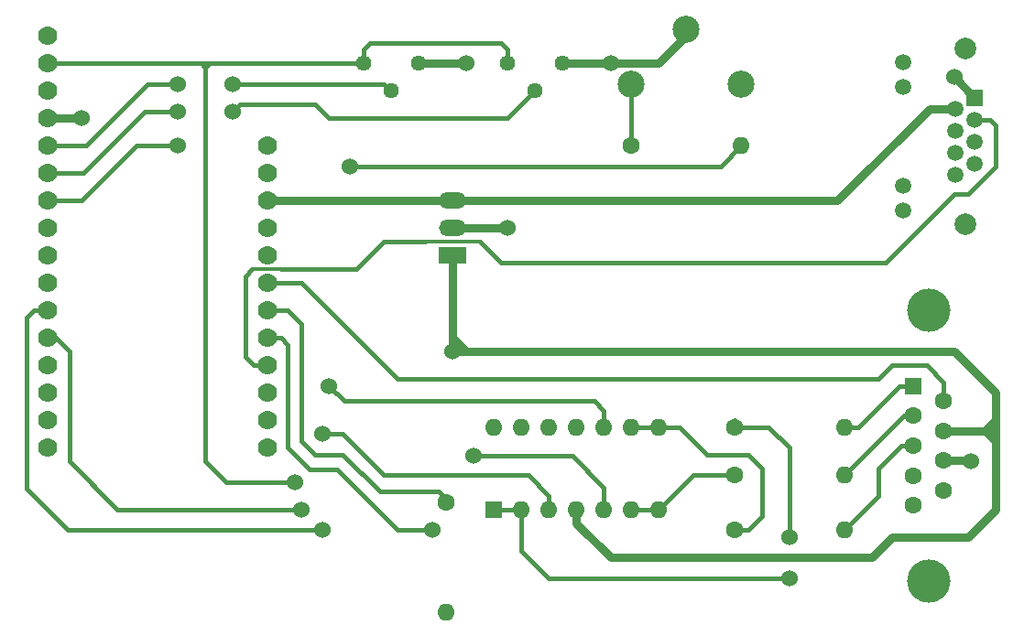
<source format=gbl>
G04 #@! TF.GenerationSoftware,KiCad,Pcbnew,(5.0.0)*
G04 #@! TF.CreationDate,2021-05-18T20:46:35-04:00*
G04 #@! TF.ProjectId,CustomSID_PCB,437573746F6D5349445F5043422E6B69,rev?*
G04 #@! TF.SameCoordinates,Original*
G04 #@! TF.FileFunction,Copper,L2,Bot,Signal*
G04 #@! TF.FilePolarity,Positive*
%FSLAX46Y46*%
G04 Gerber Fmt 4.6, Leading zero omitted, Abs format (unit mm)*
G04 Created by KiCad (PCBNEW (5.0.0)) date 05/18/21 20:46:35*
%MOMM*%
%LPD*%
G01*
G04 APERTURE LIST*
G04 #@! TA.AperFunction,ComponentPad*
%ADD10R,1.500000X1.500000*%
G04 #@! TD*
G04 #@! TA.AperFunction,ComponentPad*
%ADD11C,1.500000*%
G04 #@! TD*
G04 #@! TA.AperFunction,ComponentPad*
%ADD12C,2.000000*%
G04 #@! TD*
G04 #@! TA.AperFunction,ComponentPad*
%ADD13C,1.440000*%
G04 #@! TD*
G04 #@! TA.AperFunction,ComponentPad*
%ADD14C,2.500000*%
G04 #@! TD*
G04 #@! TA.AperFunction,ComponentPad*
%ADD15C,1.600000*%
G04 #@! TD*
G04 #@! TA.AperFunction,ComponentPad*
%ADD16O,1.600000X1.600000*%
G04 #@! TD*
G04 #@! TA.AperFunction,ComponentPad*
%ADD17R,1.600000X1.600000*%
G04 #@! TD*
G04 #@! TA.AperFunction,ComponentPad*
%ADD18C,1.778000*%
G04 #@! TD*
G04 #@! TA.AperFunction,ComponentPad*
%ADD19R,2.500000X1.500000*%
G04 #@! TD*
G04 #@! TA.AperFunction,ComponentPad*
%ADD20O,2.500000X1.500000*%
G04 #@! TD*
G04 #@! TA.AperFunction,ComponentPad*
%ADD21C,4.000000*%
G04 #@! TD*
G04 #@! TA.AperFunction,ViaPad*
%ADD22C,1.524000*%
G04 #@! TD*
G04 #@! TA.AperFunction,Conductor*
%ADD23C,0.457200*%
G04 #@! TD*
G04 #@! TA.AperFunction,Conductor*
%ADD24C,0.762000*%
G04 #@! TD*
G04 #@! TA.AperFunction,Conductor*
%ADD25C,0.304800*%
G04 #@! TD*
G04 APERTURE END LIST*
D10*
G04 #@! TO.P,J1,1*
G04 #@! TO.N,GND*
X191135000Y-75565000D03*
D11*
G04 #@! TO.P,J1,3*
G04 #@! TO.N,/TX*
X191135000Y-77605000D03*
G04 #@! TO.P,J1,5*
G04 #@! TO.N,Net-(J1-Pad5)*
X191135000Y-79645000D03*
G04 #@! TO.P,J1,7*
G04 #@! TO.N,Net-(J1-Pad7)*
X191135000Y-81685000D03*
G04 #@! TO.P,J1,2*
G04 #@! TO.N,+5V*
X189355000Y-76585000D03*
G04 #@! TO.P,J1,4*
G04 #@! TO.N,Net-(J1-Pad4)*
X189355000Y-78625000D03*
G04 #@! TO.P,J1,6*
G04 #@! TO.N,Net-(J1-Pad6)*
X189355000Y-80665000D03*
G04 #@! TO.P,J1,8*
G04 #@! TO.N,Net-(J1-Pad8)*
X189355000Y-82705000D03*
D12*
G04 #@! TO.P,J1,SH*
G04 #@! TO.N,GND*
X190245000Y-87255000D03*
X190245000Y-70995000D03*
D11*
G04 #@! TO.P,J1,9*
G04 #@! TO.N,Net-(J1-Pad9)*
X184535000Y-72265000D03*
G04 #@! TO.P,J1,10*
G04 #@! TO.N,Net-(J1-Pad10)*
X184535000Y-74555000D03*
G04 #@! TO.P,J1,11*
G04 #@! TO.N,Net-(J1-Pad11)*
X184535000Y-83695000D03*
G04 #@! TO.P,J1,12*
G04 #@! TO.N,Net-(J1-Pad12)*
X184535000Y-85985000D03*
G04 #@! TD*
D13*
G04 #@! TO.P,RV2,1*
G04 #@! TO.N,+3V3*
X147955000Y-72390000D03*
G04 #@! TO.P,RV2,2*
G04 #@! TO.N,Net-(RV2-Pad2)*
X150495000Y-74930000D03*
G04 #@! TO.P,RV2,3*
G04 #@! TO.N,GND*
X153035000Y-72390000D03*
G04 #@! TD*
D14*
G04 #@! TO.P,J3,T*
G04 #@! TO.N,Net-(J3-PadT)*
X159385000Y-74295000D03*
G04 #@! TO.P,J3,TN*
G04 #@! TO.N,Net-(J3-PadTN)*
X169545000Y-74295000D03*
G04 #@! TO.P,J3,S*
G04 #@! TO.N,GND*
X164465000Y-69215000D03*
G04 #@! TD*
D15*
G04 #@! TO.P,R5,1*
G04 #@! TO.N,Net-(J3-PadT)*
X159385000Y-80010000D03*
D16*
G04 #@! TO.P,R5,2*
G04 #@! TO.N,Net-(R5-Pad2)*
X169545000Y-80010000D03*
G04 #@! TD*
D15*
G04 #@! TO.P,R4,1*
G04 #@! TO.N,/RES*
X142240000Y-113030000D03*
D16*
G04 #@! TO.P,R4,2*
G04 #@! TO.N,GND*
X142240000Y-123190000D03*
G04 #@! TD*
D13*
G04 #@! TO.P,RV1,3*
G04 #@! TO.N,GND*
X139700000Y-72390000D03*
G04 #@! TO.P,RV1,2*
G04 #@! TO.N,Net-(RV1-Pad2)*
X137160000Y-74930000D03*
G04 #@! TO.P,RV1,1*
G04 #@! TO.N,+3V3*
X134620000Y-72390000D03*
G04 #@! TD*
D17*
G04 #@! TO.P,U4,1*
G04 #@! TO.N,/SPEED_BUF*
X146685000Y-113665000D03*
D16*
G04 #@! TO.P,U4,8*
G04 #@! TO.N,/REF_BUF*
X161925000Y-106045000D03*
G04 #@! TO.P,U4,2*
G04 #@! TO.N,/SPEED_BUF*
X149225000Y-113665000D03*
G04 #@! TO.P,U4,9*
G04 #@! TO.N,/REF_BUF*
X159385000Y-106045000D03*
G04 #@! TO.P,U4,3*
G04 #@! TO.N,/SPEED*
X151765000Y-113665000D03*
G04 #@! TO.P,U4,10*
G04 #@! TO.N,/REF*
X156845000Y-106045000D03*
G04 #@! TO.P,U4,4*
G04 #@! TO.N,+12V*
X154305000Y-113665000D03*
G04 #@! TO.P,U4,11*
G04 #@! TO.N,GND*
X154305000Y-106045000D03*
G04 #@! TO.P,U4,5*
G04 #@! TO.N,/DIR*
X156845000Y-113665000D03*
G04 #@! TO.P,U4,12*
G04 #@! TO.N,N/C*
X151765000Y-106045000D03*
G04 #@! TO.P,U4,6*
G04 #@! TO.N,/DIR_BUF*
X159385000Y-113665000D03*
G04 #@! TO.P,U4,13*
G04 #@! TO.N,N/C*
X149225000Y-106045000D03*
G04 #@! TO.P,U4,7*
G04 #@! TO.N,/DIR_BUF*
X161925000Y-113665000D03*
G04 #@! TO.P,U4,14*
G04 #@! TO.N,N/C*
X146685000Y-106045000D03*
G04 #@! TD*
D18*
G04 #@! TO.P,U1,1*
G04 #@! TO.N,Net-(U1-Pad1)*
X105410000Y-69850000D03*
G04 #@! TO.P,U1,3*
G04 #@! TO.N,Net-(U1-Pad3)*
X105410000Y-74930000D03*
G04 #@! TO.P,U1,4*
G04 #@! TO.N,GND*
X105410000Y-77470000D03*
G04 #@! TO.P,U1,5*
G04 #@! TO.N,Net-(RV1-Pad2)*
X105410000Y-80010000D03*
G04 #@! TO.P,U1,6*
G04 #@! TO.N,Net-(RV2-Pad2)*
X105410000Y-82550000D03*
G04 #@! TO.P,U1,7*
G04 #@! TO.N,Net-(R5-Pad2)*
X105410000Y-85090000D03*
G04 #@! TO.P,U1,8*
G04 #@! TO.N,Net-(U1-Pad8)*
X105410000Y-87630000D03*
G04 #@! TO.P,U1,9*
G04 #@! TO.N,Net-(U1-Pad9)*
X105410000Y-90170000D03*
G04 #@! TO.P,U1,10*
G04 #@! TO.N,Net-(U1-Pad10)*
X105410000Y-92710000D03*
G04 #@! TO.P,U1,11*
G04 #@! TO.N,/SCK*
X105410000Y-95250000D03*
G04 #@! TO.P,U1,12*
G04 #@! TO.N,/MOSI*
X105410000Y-97790000D03*
G04 #@! TO.P,U1,13*
G04 #@! TO.N,Net-(U1-Pad13)*
X105410000Y-100330000D03*
G04 #@! TO.P,U1,14*
G04 #@! TO.N,Net-(U1-Pad14)*
X105410000Y-102870000D03*
G04 #@! TO.P,U1,15*
G04 #@! TO.N,Net-(U1-Pad15)*
X105410000Y-105410000D03*
G04 #@! TO.P,U1,16*
G04 #@! TO.N,Net-(U1-Pad16)*
X105410000Y-107950000D03*
G04 #@! TO.P,U1,17*
G04 #@! TO.N,Net-(U1-Pad17)*
X125730000Y-107950000D03*
G04 #@! TO.P,U1,18*
G04 #@! TO.N,Net-(U1-Pad18)*
X125730000Y-105410000D03*
G04 #@! TO.P,U1,19*
G04 #@! TO.N,Net-(U1-Pad19)*
X125730000Y-102870000D03*
G04 #@! TO.P,U1,20*
G04 #@! TO.N,/TX*
X125730000Y-100330000D03*
G04 #@! TO.P,U1,21*
G04 #@! TO.N,/CS*
X125730000Y-97790000D03*
G04 #@! TO.P,U1,22*
G04 #@! TO.N,/RES*
X125730000Y-95250000D03*
G04 #@! TO.P,U1,23*
G04 #@! TO.N,/MODE*
X125730000Y-92710000D03*
G04 #@! TO.P,U1,24*
G04 #@! TO.N,Net-(U1-Pad24)*
X125730000Y-90170000D03*
G04 #@! TO.P,U1,25*
G04 #@! TO.N,Net-(U1-Pad25)*
X125730000Y-87630000D03*
G04 #@! TO.P,U1,26*
G04 #@! TO.N,+5V*
X125730000Y-85090000D03*
G04 #@! TO.P,U1,27*
G04 #@! TO.N,Net-(U1-Pad27)*
X125730000Y-82550000D03*
G04 #@! TO.P,U1,28*
G04 #@! TO.N,Net-(U1-Pad28)*
X125730000Y-80010000D03*
G04 #@! TO.P,U1,2*
G04 #@! TO.N,+3V3*
X105410000Y-72390000D03*
G04 #@! TD*
D19*
G04 #@! TO.P,U2,1*
G04 #@! TO.N,+12V*
X142875000Y-90170000D03*
D20*
G04 #@! TO.P,U2,2*
G04 #@! TO.N,GND*
X142875000Y-87630000D03*
G04 #@! TO.P,U2,3*
G04 #@! TO.N,+5V*
X142875000Y-85090000D03*
G04 #@! TD*
D17*
G04 #@! TO.P,J2,1*
G04 #@! TO.N,Net-(J2-Pad1)*
X185420000Y-102235000D03*
D15*
G04 #@! TO.P,J2,2*
G04 #@! TO.N,Net-(J2-Pad2)*
X185420000Y-105005000D03*
G04 #@! TO.P,J2,3*
G04 #@! TO.N,Net-(J2-Pad3)*
X185420000Y-107775000D03*
G04 #@! TO.P,J2,4*
G04 #@! TO.N,Net-(J2-Pad4)*
X185420000Y-110545000D03*
G04 #@! TO.P,J2,5*
G04 #@! TO.N,Net-(J2-Pad5)*
X185420000Y-113315000D03*
G04 #@! TO.P,J2,6*
G04 #@! TO.N,/MODE*
X188260000Y-103620000D03*
G04 #@! TO.P,J2,7*
G04 #@! TO.N,+12V*
X188260000Y-106390000D03*
G04 #@! TO.P,J2,8*
G04 #@! TO.N,GND*
X188260000Y-109160000D03*
G04 #@! TO.P,J2,9*
G04 #@! TO.N,Net-(J2-Pad9)*
X188260000Y-111930000D03*
D21*
G04 #@! TO.P,J2,0*
G04 #@! TO.N,N/C*
X186840000Y-120275000D03*
X186840000Y-95275000D03*
G04 #@! TD*
D15*
G04 #@! TO.P,R3,1*
G04 #@! TO.N,/REF_BUF*
X168910000Y-115570000D03*
D16*
G04 #@! TO.P,R3,2*
G04 #@! TO.N,Net-(J2-Pad3)*
X179070000Y-115570000D03*
G04 #@! TD*
G04 #@! TO.P,R2,2*
G04 #@! TO.N,Net-(J2-Pad2)*
X179070000Y-110490000D03*
D15*
G04 #@! TO.P,R2,1*
G04 #@! TO.N,/DIR_BUF*
X168910000Y-110490000D03*
G04 #@! TD*
G04 #@! TO.P,R1,1*
G04 #@! TO.N,/SPEED_BUF*
X168910000Y-106045000D03*
D16*
G04 #@! TO.P,R1,2*
G04 #@! TO.N,Net-(J2-Pad1)*
X179070000Y-106045000D03*
G04 #@! TD*
D22*
G04 #@! TO.N,GND*
X108585000Y-77470000D03*
X147955000Y-87630000D03*
X144145000Y-72390000D03*
X190754000Y-109220000D03*
X189230000Y-73660000D03*
X157480000Y-72390000D03*
G04 #@! TO.N,Net-(RV1-Pad2)*
X117475000Y-74295000D03*
X122555000Y-74295000D03*
G04 #@! TO.N,+3V3*
X128270000Y-111125000D03*
G04 #@! TO.N,Net-(RV2-Pad2)*
X122555000Y-76835000D03*
X117475000Y-76835000D03*
G04 #@! TO.N,+12V*
X142875000Y-99060000D03*
G04 #@! TO.N,/SPEED*
X130810000Y-106680000D03*
G04 #@! TO.N,/REF*
X131445000Y-102235000D03*
G04 #@! TO.N,/DIR*
X144780000Y-108712000D03*
G04 #@! TO.N,/MOSI*
X128905000Y-113665000D03*
G04 #@! TO.N,/SCK*
X130810000Y-115570000D03*
G04 #@! TO.N,/CS*
X140970000Y-115570000D03*
G04 #@! TO.N,/SPEED_BUF*
X173990000Y-116205000D03*
X173990000Y-120015000D03*
G04 #@! TO.N,Net-(R5-Pad2)*
X117475000Y-80010000D03*
X133350000Y-81915000D03*
G04 #@! TD*
D23*
G04 #@! TO.N,Net-(J2-Pad3)*
X184325000Y-107775000D02*
X185420000Y-107775000D01*
X182245000Y-109855000D02*
X184325000Y-107775000D01*
X179070000Y-115570000D02*
X182245000Y-112395000D01*
X182245000Y-112395000D02*
X182245000Y-109855000D01*
D24*
G04 #@! TO.N,GND*
X105410000Y-77470000D02*
X108585000Y-77470000D01*
X142875000Y-87630000D02*
X147955000Y-87630000D01*
X139700000Y-72390000D02*
X144145000Y-72390000D01*
X190694000Y-109160000D02*
X188260000Y-109160000D01*
X190754000Y-109220000D02*
X190694000Y-109160000D01*
X191135000Y-75565000D02*
X189230000Y-73660000D01*
X161925000Y-72390000D02*
X157480000Y-72390000D01*
X153035000Y-72390000D02*
X157480000Y-72390000D01*
X164465000Y-69850000D02*
X161925000Y-72390000D01*
X164465000Y-69215000D02*
X164465000Y-69850000D01*
D23*
G04 #@! TO.N,Net-(RV1-Pad2)*
X114681000Y-74295000D02*
X116397370Y-74295000D01*
X116397370Y-74295000D02*
X117475000Y-74295000D01*
X105410000Y-80010000D02*
X108966000Y-80010000D01*
X108966000Y-80010000D02*
X114681000Y-74295000D01*
X136525000Y-74295000D02*
X122555000Y-74295000D01*
X137160000Y-74930000D02*
X136525000Y-74295000D01*
G04 #@! TO.N,+3V3*
X134620000Y-72390000D02*
X120650000Y-72390000D01*
X119634000Y-72390000D02*
X105410000Y-72390000D01*
X120015000Y-72390000D02*
X119634000Y-72390000D01*
X120015000Y-72771000D02*
X120396000Y-72390000D01*
X120396000Y-72390000D02*
X120015000Y-72390000D01*
X120650000Y-72390000D02*
X120396000Y-72390000D01*
D25*
X120015000Y-72898000D02*
X120015000Y-72390000D01*
D23*
X120015000Y-72771000D02*
X119634000Y-72390000D01*
D25*
X120015000Y-72898000D02*
X120015000Y-72771000D01*
D23*
X120015000Y-109220000D02*
X120015000Y-72898000D01*
X128270000Y-111125000D02*
X121920000Y-111125000D01*
X121920000Y-111125000D02*
X120015000Y-109220000D01*
X135255000Y-70485000D02*
X134620000Y-71120000D01*
X134620000Y-71120000D02*
X134620000Y-72390000D01*
X147955000Y-71120000D02*
X147320000Y-70485000D01*
X147955000Y-72390000D02*
X147955000Y-71120000D01*
X147320000Y-70485000D02*
X135255000Y-70485000D01*
G04 #@! TO.N,Net-(RV2-Pad2)*
X123190000Y-76200000D02*
X122555000Y-76835000D01*
X108712000Y-82550000D02*
X105410000Y-82550000D01*
X117475000Y-76835000D02*
X114427000Y-76835000D01*
X131445000Y-77470000D02*
X130175000Y-76200000D01*
X130175000Y-76200000D02*
X123190000Y-76200000D01*
X114427000Y-76835000D02*
X108712000Y-82550000D01*
X150495000Y-74930000D02*
X147955000Y-77470000D01*
X147955000Y-77470000D02*
X131445000Y-77470000D01*
D24*
G04 #@! TO.N,+12V*
X142875000Y-97790000D02*
X142875000Y-90170000D01*
X144145000Y-99060000D02*
X142875000Y-97790000D01*
X144780000Y-99060000D02*
X144145000Y-99060000D01*
X144780000Y-99060000D02*
X189230000Y-99060000D01*
X189230000Y-99060000D02*
X193040000Y-102870000D01*
X192695000Y-106390000D02*
X193040000Y-106045000D01*
X192060000Y-106390000D02*
X193040000Y-105410000D01*
X191770000Y-106390000D02*
X192060000Y-106390000D01*
X193040000Y-105410000D02*
X193040000Y-106045000D01*
X193040000Y-102870000D02*
X193040000Y-105410000D01*
X191770000Y-106390000D02*
X192695000Y-106390000D01*
X188260000Y-106390000D02*
X191770000Y-106390000D01*
X192115000Y-106390000D02*
X193040000Y-107315000D01*
X191770000Y-106390000D02*
X192115000Y-106390000D01*
X193040000Y-106045000D02*
X193040000Y-107315000D01*
X154305000Y-114935000D02*
X154305000Y-113665000D01*
X193040000Y-113665000D02*
X190500000Y-116205000D01*
X193040000Y-107315000D02*
X193040000Y-113665000D01*
X190500000Y-116205000D02*
X183515000Y-116205000D01*
X183515000Y-116205000D02*
X181610000Y-118110000D01*
X181610000Y-118110000D02*
X157480000Y-118110000D01*
X157480000Y-118110000D02*
X154305000Y-114935000D01*
X144145000Y-99060000D02*
X142875000Y-99060000D01*
X142875000Y-97790000D02*
X142875000Y-99060000D01*
D23*
G04 #@! TO.N,/SPEED*
X151765000Y-112395000D02*
X151765000Y-113665000D01*
X149860000Y-110490000D02*
X151765000Y-112395000D01*
X136525000Y-110490000D02*
X149860000Y-110490000D01*
X130810000Y-106680000D02*
X132715000Y-106680000D01*
X132715000Y-106680000D02*
X136525000Y-110490000D01*
G04 #@! TO.N,/REF*
X156845000Y-104521000D02*
X156845000Y-106045000D01*
X132842000Y-103632000D02*
X155956000Y-103632000D01*
X131445000Y-102235000D02*
X132842000Y-103632000D01*
X155956000Y-103632000D02*
X156845000Y-104521000D01*
G04 #@! TO.N,/DIR*
X156845000Y-113665000D02*
X156845000Y-111633000D01*
X145857630Y-108712000D02*
X144780000Y-108712000D01*
X153924000Y-108712000D02*
X145857630Y-108712000D01*
X156845000Y-111633000D02*
X153924000Y-108712000D01*
D24*
G04 #@! TO.N,+5V*
X142875000Y-85090000D02*
X130175000Y-85090000D01*
X174625000Y-85090000D02*
X142875000Y-85090000D01*
X178435000Y-85090000D02*
X174625000Y-85090000D01*
X189355000Y-76585000D02*
X186940000Y-76585000D01*
X186940000Y-76585000D02*
X178435000Y-85090000D01*
X130175000Y-85090000D02*
X125730000Y-85090000D01*
D23*
G04 #@! TO.N,Net-(J2-Pad1)*
X184150000Y-102235000D02*
X185420000Y-102235000D01*
X179070000Y-106045000D02*
X180340000Y-106045000D01*
X180340000Y-106045000D02*
X184150000Y-102235000D01*
G04 #@! TO.N,Net-(J2-Pad2)*
X184555000Y-105005000D02*
X185420000Y-105005000D01*
X179070000Y-110490000D02*
X184555000Y-105005000D01*
D25*
G04 #@! TO.N,/MOSI*
X105410000Y-97790000D02*
X106172000Y-97790000D01*
D23*
X107442000Y-109220000D02*
X111887000Y-113665000D01*
X111887000Y-113665000D02*
X126990975Y-113665000D01*
X106172000Y-97790000D02*
X107442000Y-99060000D01*
X107442000Y-99060000D02*
X107442000Y-109220000D01*
X126990975Y-113665000D02*
X128905000Y-113665000D01*
G04 #@! TO.N,/SCK*
X104140000Y-95250000D02*
X105410000Y-95250000D01*
X103505000Y-95885000D02*
X104140000Y-95250000D01*
X103505000Y-111760000D02*
X103505000Y-95885000D01*
X130810000Y-115570000D02*
X107315000Y-115570000D01*
X107315000Y-115570000D02*
X103505000Y-111760000D01*
G04 #@! TO.N,/CS*
X132207000Y-109982000D02*
X129667000Y-109982000D01*
X137795000Y-115570000D02*
X132207000Y-109982000D01*
X140970000Y-115570000D02*
X137795000Y-115570000D01*
X127635000Y-98425000D02*
X127000000Y-97790000D01*
X127000000Y-97790000D02*
X125730000Y-97790000D01*
X129667000Y-109982000D02*
X127635000Y-107950000D01*
X127635000Y-107950000D02*
X127635000Y-98425000D01*
G04 #@! TO.N,/SPEED_BUF*
X146685000Y-113665000D02*
X149225000Y-113665000D01*
X168910000Y-106045000D02*
X168910000Y-105410000D01*
X168910000Y-106045000D02*
X172085000Y-106045000D01*
X172085000Y-106045000D02*
X173990000Y-107950000D01*
X173990000Y-107950000D02*
X173990000Y-116205000D01*
X173990000Y-120015000D02*
X151765000Y-120015000D01*
X149225000Y-117475000D02*
X149225000Y-113665000D01*
X151765000Y-120015000D02*
X149225000Y-117475000D01*
G04 #@! TO.N,/DIR_BUF*
X159385000Y-113665000D02*
X161925000Y-113665000D01*
X165100000Y-110490000D02*
X161925000Y-113665000D01*
X168910000Y-110490000D02*
X165100000Y-110490000D01*
G04 #@! TO.N,/REF_BUF*
X161925000Y-106045000D02*
X159385000Y-106045000D01*
X161925000Y-106045000D02*
X163830000Y-106045000D01*
X163830000Y-106045000D02*
X166370000Y-108585000D01*
X166370000Y-108585000D02*
X170180000Y-108585000D01*
X170180000Y-108585000D02*
X171450000Y-109855000D01*
X171450000Y-109855000D02*
X171450000Y-114300000D01*
X170180000Y-115570000D02*
X168910000Y-115570000D01*
X171450000Y-114300000D02*
X170180000Y-115570000D01*
G04 #@! TO.N,/RES*
X128905000Y-107315000D02*
X130175000Y-108585000D01*
X127635000Y-95250000D02*
X128905000Y-96520000D01*
X128905000Y-96520000D02*
X128905000Y-107315000D01*
X125730000Y-95250000D02*
X127635000Y-95250000D01*
X130175000Y-108585000D02*
X132715000Y-108585000D01*
X142240000Y-113030000D02*
X142240000Y-112649000D01*
X132715000Y-108585000D02*
X136144000Y-112014000D01*
X136144000Y-112014000D02*
X141605000Y-112014000D01*
X142240000Y-112649000D02*
X141605000Y-112014000D01*
G04 #@! TO.N,Net-(J3-PadT)*
X159385000Y-80010000D02*
X159385000Y-74295000D01*
G04 #@! TO.N,Net-(R5-Pad2)*
X117475000Y-80010000D02*
X113665000Y-80010000D01*
X108585000Y-85090000D02*
X105410000Y-85090000D01*
X113665000Y-80010000D02*
X108585000Y-85090000D01*
X147320000Y-81915000D02*
X133350000Y-81915000D01*
X167640000Y-81915000D02*
X169545000Y-80010000D01*
X147320000Y-81915000D02*
X167640000Y-81915000D01*
G04 #@! TO.N,/TX*
X123698000Y-99568000D02*
X123698000Y-92075000D01*
X125730000Y-100330000D02*
X124460000Y-100330000D01*
X124460000Y-100330000D02*
X123698000Y-99568000D01*
X133985000Y-91440000D02*
X136525000Y-88900000D01*
X123698000Y-92075000D02*
X124333000Y-91440000D01*
X136525000Y-88900000D02*
X140335000Y-88900000D01*
X127000000Y-91440000D02*
X133985000Y-91440000D01*
D25*
X124333000Y-91440000D02*
X127000000Y-91440000D01*
X140335000Y-88900000D02*
X145415000Y-88900000D01*
D23*
X192540000Y-77605000D02*
X191135000Y-77605000D01*
X193040000Y-78105000D02*
X192540000Y-77605000D01*
X147320000Y-90805000D02*
X182880000Y-90805000D01*
X145415000Y-88900000D02*
X147320000Y-90805000D01*
X182880000Y-90805000D02*
X189230000Y-84455000D01*
X189230000Y-84455000D02*
X190500000Y-84455000D01*
X190500000Y-84455000D02*
X193040000Y-81915000D01*
X193040000Y-81915000D02*
X193040000Y-78105000D01*
G04 #@! TO.N,/MODE*
X125730000Y-92710000D02*
X128905000Y-92710000D01*
X128905000Y-92710000D02*
X137795000Y-101600000D01*
X137795000Y-101600000D02*
X182245000Y-101600000D01*
X182245000Y-101600000D02*
X183515000Y-100330000D01*
X183515000Y-100330000D02*
X186690000Y-100330000D01*
X188260000Y-101900000D02*
X188260000Y-103620000D01*
X186690000Y-100330000D02*
X188260000Y-101900000D01*
G04 #@! TD*
M02*

</source>
